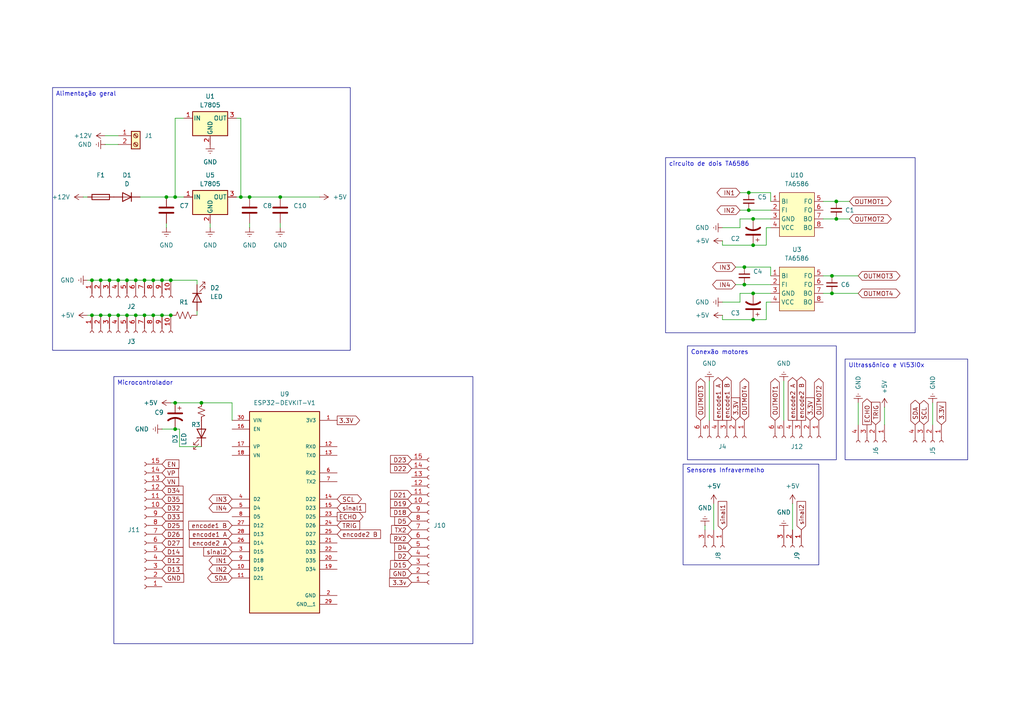
<source format=kicad_sch>
(kicad_sch (version 20231120) (generator "eeschema") (generator_version "8.0")
  (paper "A4")
  (lib_symbols
    (symbol "Connector:Conn_01x03_Socket" (pin_names (offset 1.016) hide)
      (property "Reference" "J" (at 0 5.08 0))
      (property "Value" "Conn_01x03_Socket" (at 0 -5.08 0))
      (symbol "Conn_01x03_Socket_1_1"
        (arc (start 0 -2.032) (mid -0.5058 -2.54) (end 0 -3.048) (stroke (width 0.1524)))
        (polyline (pts (xy -1.27 -2.54) (xy -0.508 -2.54)) (stroke (width 0.1524)))
        (polyline (pts (xy -1.27 0) (xy -0.508 0)) (stroke (width 0.1524)))
        (polyline (pts (xy -1.27 2.54) (xy -0.508 2.54)) (stroke (width 0.1524)))
        (arc (start 0 0.508) (mid -0.5058 0) (end 0 -0.508) (stroke (width 0.1524)))
        (arc (start 0 3.048) (mid -0.5058 2.54) (end 0 2.032) (stroke (width 0.1524)))
        (pin passive line (at -5.08 2.54 0) (length 3.81) (name "Pin_1") (number "1"))
        (pin passive line (at -5.08 0 0) (length 3.81) (name "Pin_2") (number "2"))
        (pin passive line (at -5.08 -2.54 0) (length 3.81) (name "Pin_3") (number "3"))
      )
    )
    (symbol "Connector:Conn_01x04_Socket" (pin_names (offset 1.016) hide)
      (property "Reference" "J" (at 0 5.08 0))
      (property "Value" "Conn_01x04_Socket" (at 0 -7.62 0))
      (symbol "Conn_01x04_Socket_1_1"
        (arc (start 0 -4.572) (mid -0.5058 -5.08) (end 0 -5.588) (stroke (width 0.1524)))
        (arc (start 0 -2.032) (mid -0.5058 -2.54) (end 0 -3.048) (stroke (width 0.1524)))
        (polyline (pts (xy -1.27 -5.08) (xy -0.508 -5.08)) (stroke (width 0.1524)))
        (polyline (pts (xy -1.27 -2.54) (xy -0.508 -2.54)) (stroke (width 0.1524)))
        (polyline (pts (xy -1.27 0) (xy -0.508 0)) (stroke (width 0.1524)))
        (polyline (pts (xy -1.27 2.54) (xy -0.508 2.54)) (stroke (width 0.1524)))
        (arc (start 0 0.508) (mid -0.5058 0) (end 0 -0.508) (stroke (width 0.1524)))
        (arc (start 0 3.048) (mid -0.5058 2.54) (end 0 2.032) (stroke (width 0.1524)))
        (pin passive line (at -5.08 2.54 0) (length 3.81) (name "Pin_1") (number "1"))
        (pin passive line (at -5.08 0 0) (length 3.81) (name "Pin_2") (number "2"))
        (pin passive line (at -5.08 -2.54 0) (length 3.81) (name "Pin_3") (number "3"))
        (pin passive line (at -5.08 -5.08 0) (length 3.81) (name "Pin_4") (number "4"))
      )
    )
    (symbol "Connector:Conn_01x06_Socket" (pin_names (offset 1.016) hide)
      (property "Reference" "J" (at 0 7.62 0))
      (property "Value" "Conn_01x06_Socket" (at 0 -10.16 0))
      (symbol "Conn_01x06_Socket_1_1"
        (arc (start 0 -7.112) (mid -0.5058 -7.62) (end 0 -8.128) (stroke (width 0.1524)))
        (arc (start 0 -4.572) (mid -0.5058 -5.08) (end 0 -5.588) (stroke (width 0.1524)))
        (arc (start 0 -2.032) (mid -0.5058 -2.54) (end 0 -3.048) (stroke (width 0.1524)))
        (polyline (pts (xy -1.27 -7.62) (xy -0.508 -7.62)) (stroke (width 0.1524)))
        (polyline (pts (xy -1.27 -5.08) (xy -0.508 -5.08)) (stroke (width 0.1524)))
        (polyline (pts (xy -1.27 -2.54) (xy -0.508 -2.54)) (stroke (width 0.1524)))
        (polyline (pts (xy -1.27 0) (xy -0.508 0)) (stroke (width 0.1524)))
        (polyline (pts (xy -1.27 2.54) (xy -0.508 2.54)) (stroke (width 0.1524)))
        (polyline (pts (xy -1.27 5.08) (xy -0.508 5.08)) (stroke (width 0.1524)))
        (arc (start 0 0.508) (mid -0.5058 0) (end 0 -0.508) (stroke (width 0.1524)))
        (arc (start 0 3.048) (mid -0.5058 2.54) (end 0 2.032) (stroke (width 0.1524)))
        (arc (start 0 5.588) (mid -0.5058 5.08) (end 0 4.572) (stroke (width 0.1524)))
        (pin passive line (at -5.08 5.08 0) (length 3.81) (name "Pin_1") (number "1"))
        (pin passive line (at -5.08 2.54 0) (length 3.81) (name "Pin_2") (number "2"))
        (pin passive line (at -5.08 0 0) (length 3.81) (name "Pin_3") (number "3"))
        (pin passive line (at -5.08 -2.54 0) (length 3.81) (name "Pin_4") (number "4"))
        (pin passive line (at -5.08 -5.08 0) (length 3.81) (name "Pin_5") (number "5"))
        (pin passive line (at -5.08 -7.62 0) (length 3.81) (name "Pin_6") (number "6"))
      )
    )
    (symbol "Connector:Conn_01x10_Socket" (pin_names (offset 1.016) hide)
      (property "Reference" "J" (at 0 12.7 0))
      (property "Value" "Conn_01x10_Socket" (at 0 -15.24 0))
      (symbol "Conn_01x10_Socket_1_1"
        (arc (start 0 -12.192) (mid -0.5058 -12.7) (end 0 -13.208) (stroke (width 0.1524)))
        (arc (start 0 -9.652) (mid -0.5058 -10.16) (end 0 -10.668) (stroke (width 0.1524)))
        (arc (start 0 -7.112) (mid -0.5058 -7.62) (end 0 -8.128) (stroke (width 0.1524)))
        (arc (start 0 -4.572) (mid -0.5058 -5.08) (end 0 -5.588) (stroke (width 0.1524)))
        (arc (start 0 -2.032) (mid -0.5058 -2.54) (end 0 -3.048) (stroke (width 0.1524)))
        (polyline (pts (xy -1.27 -12.7) (xy -0.508 -12.7)) (stroke (width 0.1524)))
        (polyline (pts (xy -1.27 -10.16) (xy -0.508 -10.16)) (stroke (width 0.1524)))
        (polyline (pts (xy -1.27 -7.62) (xy -0.508 -7.62)) (stroke (width 0.1524)))
        (polyline (pts (xy -1.27 -5.08) (xy -0.508 -5.08)) (stroke (width 0.1524)))
        (polyline (pts (xy -1.27 -2.54) (xy -0.508 -2.54)) (stroke (width 0.1524)))
        (polyline (pts (xy -1.27 0) (xy -0.508 0)) (stroke (width 0.1524)))
        (polyline (pts (xy -1.27 2.54) (xy -0.508 2.54)) (stroke (width 0.1524)))
        (polyline (pts (xy -1.27 5.08) (xy -0.508 5.08)) (stroke (width 0.1524)))
        (polyline (pts (xy -1.27 7.62) (xy -0.508 7.62)) (stroke (width 0.1524)))
        (polyline (pts (xy -1.27 10.16) (xy -0.508 10.16)) (stroke (width 0.1524)))
        (arc (start 0 0.508) (mid -0.5058 0) (end 0 -0.508) (stroke (width 0.1524)))
        (arc (start 0 3.048) (mid -0.5058 2.54) (end 0 2.032) (stroke (width 0.1524)))
        (arc (start 0 5.588) (mid -0.5058 5.08) (end 0 4.572) (stroke (width 0.1524)))
        (arc (start 0 8.128) (mid -0.5058 7.62) (end 0 7.112) (stroke (width 0.1524)))
        (arc (start 0 10.668) (mid -0.5058 10.16) (end 0 9.652) (stroke (width 0.1524)))
        (pin passive line (at -5.08 10.16 0) (length 3.81) (name "Pin_1") (number "1"))
        (pin passive line (at -5.08 -12.7 0) (length 3.81) (name "Pin_10") (number "10"))
        (pin passive line (at -5.08 7.62 0) (length 3.81) (name "Pin_2") (number "2"))
        (pin passive line (at -5.08 5.08 0) (length 3.81) (name "Pin_3") (number "3"))
        (pin passive line (at -5.08 2.54 0) (length 3.81) (name "Pin_4") (number "4"))
        (pin passive line (at -5.08 0 0) (length 3.81) (name "Pin_5") (number "5"))
        (pin passive line (at -5.08 -2.54 0) (length 3.81) (name "Pin_6") (number "6"))
        (pin passive line (at -5.08 -5.08 0) (length 3.81) (name "Pin_7") (number "7"))
        (pin passive line (at -5.08 -7.62 0) (length 3.81) (name "Pin_8") (number "8"))
        (pin passive line (at -5.08 -10.16 0) (length 3.81) (name "Pin_9") (number "9"))
      )
    )
    (symbol "Connector:Conn_01x15_Socket" (pin_names (offset 1.016) hide)
      (property "Reference" "J" (at 0 20.32 0))
      (property "Value" "Conn_01x15_Socket" (at 0 -20.32 0))
      (symbol "Conn_01x15_Socket_1_1"
        (arc (start 0 -17.272) (mid -0.5058 -17.78) (end 0 -18.288) (stroke (width 0.1524)))
        (arc (start 0 -14.732) (mid -0.5058 -15.24) (end 0 -15.748) (stroke (width 0.1524)))
        (arc (start 0 -12.192) (mid -0.5058 -12.7) (end 0 -13.208) (stroke (width 0.1524)))
        (arc (start 0 -9.652) (mid -0.5058 -10.16) (end 0 -10.668) (stroke (width 0.1524)))
        (arc (start 0 -7.112) (mid -0.5058 -7.62) (end 0 -8.128) (stroke (width 0.1524)))
        (arc (start 0 -4.572) (mid -0.5058 -5.08) (end 0 -5.588) (stroke (width 0.1524)))
        (arc (start 0 -2.032) (mid -0.5058 -2.54) (end 0 -3.048) (stroke (width 0.1524)))
        (polyline (pts (xy -1.27 -17.78) (xy -0.508 -17.78)) (stroke (width 0.1524)))
        (polyline (pts (xy -1.27 -15.24) (xy -0.508 -15.24)) (stroke (width 0.1524)))
        (polyline (pts (xy -1.27 -12.7) (xy -0.508 -12.7)) (stroke (width 0.1524)))
        (polyline (pts (xy -1.27 -10.16) (xy -0.508 -10.16)) (stroke (width 0.1524)))
        (polyline (pts (xy -1.27 -7.62) (xy -0.508 -7.62)) (stroke (width 0.1524)))
        (polyline (pts (xy -1.27 -5.08) (xy -0.508 -5.08)) (stroke (width 0.1524)))
        (polyline (pts (xy -1.27 -2.54) (xy -0.508 -2.54)) (stroke (width 0.1524)))
        (polyline (pts (xy -1.27 0) (xy -0.508 0)) (stroke (width 0.1524)))
        (polyline (pts (xy -1.27 2.54) (xy -0.508 2.54)) (stroke (width 0.1524)))
        (polyline (pts (xy -1.27 5.08) (xy -0.508 5.08)) (stroke (width 0.1524)))
        (polyline (pts (xy -1.27 7.62) (xy -0.508 7.62)) (stroke (width 0.1524)))
        (polyline (pts (xy -1.27 10.16) (xy -0.508 10.16)) (stroke (width 0.1524)))
        (polyline (pts (xy -1.27 12.7) (xy -0.508 12.7)) (stroke (width 0.1524)))
        (polyline (pts (xy -1.27 15.24) (xy -0.508 15.24)) (stroke (width 0.1524)))
        (polyline (pts (xy -1.27 17.78) (xy -0.508 17.78)) (stroke (width 0.1524)))
        (arc (start 0 0.508) (mid -0.5058 0) (end 0 -0.508) (stroke (width 0.1524)))
        (arc (start 0 3.048) (mid -0.5058 2.54) (end 0 2.032) (stroke (width 0.1524)))
        (arc (start 0 5.588) (mid -0.5058 5.08) (end 0 4.572) (stroke (width 0.1524)))
        (arc (start 0 8.128) (mid -0.5058 7.62) (end 0 7.112) (stroke (width 0.1524)))
        (arc (start 0 10.668) (mid -0.5058 10.16) (end 0 9.652) (stroke (width 0.1524)))
        (arc (start 0 13.208) (mid -0.5058 12.7) (end 0 12.192) (stroke (width 0.1524)))
        (arc (start 0 15.748) (mid -0.5058 15.24) (end 0 14.732) (stroke (width 0.1524)))
        (arc (start 0 18.288) (mid -0.5058 17.78) (end 0 17.272) (stroke (width 0.1524)))
        (pin passive line (at -5.08 17.78 0) (length 3.81) (name "Pin_1") (number "1"))
        (pin passive line (at -5.08 -5.08 0) (length 3.81) (name "Pin_10") (number "10"))
        (pin passive line (at -5.08 -7.62 0) (length 3.81) (name "Pin_11") (number "11"))
        (pin passive line (at -5.08 -10.16 0) (length 3.81) (name "Pin_12") (number "12"))
        (pin passive line (at -5.08 -12.7 0) (length 3.81) (name "Pin_13") (number "13"))
        (pin passive line (at -5.08 -15.24 0) (length 3.81) (name "Pin_14") (number "14"))
        (pin passive line (at -5.08 -17.78 0) (length 3.81) (name "Pin_15") (number "15"))
        (pin passive line (at -5.08 15.24 0) (length 3.81) (name "Pin_2") (number "2"))
        (pin passive line (at -5.08 12.7 0) (length 3.81) (name "Pin_3") (number "3"))
        (pin passive line (at -5.08 10.16 0) (length 3.81) (name "Pin_4") (number "4"))
        (pin passive line (at -5.08 7.62 0) (length 3.81) (name "Pin_5") (number "5"))
        (pin passive line (at -5.08 5.08 0) (length 3.81) (name "Pin_6") (number "6"))
        (pin passive line (at -5.08 2.54 0) (length 3.81) (name "Pin_7") (number "7"))
        (pin passive line (at -5.08 0 0) (length 3.81) (name "Pin_8") (number "8"))
        (pin passive line (at -5.08 -2.54 0) (length 3.81) (name "Pin_9") (number "9"))
      )
    )
    (symbol "Connector:Screw_Terminal_01x02" (pin_names (offset 1.016) hide)
      (property "Reference" "J" (at 0 2.54 0))
      (property "Value" "Screw_Terminal_01x02" (at 0 -5.08 0))
      (symbol "Screw_Terminal_01x02_1_1"
        (rectangle (start -1.27 1.27) (end 1.27 -3.81) (stroke (width 0.254)) (fill (type background)))
        (circle (center 0 -2.54) (radius 0.635) (stroke (width 0.1524)))
        (polyline (pts (xy -0.5334 -2.2098) (xy 0.3302 -3.048)) (stroke (width 0.1524)))
        (polyline (pts (xy -0.5334 0.3302) (xy 0.3302 -0.508)) (stroke (width 0.1524)))
        (polyline (pts (xy -0.3556 -2.032) (xy 0.508 -2.8702)) (stroke (width 0.1524)))
        (polyline (pts (xy -0.3556 0.508) (xy 0.508 -0.3302)) (stroke (width 0.1524)))
        (circle (center 0 0) (radius 0.635) (stroke (width 0.1524)))
        (pin passive line (at -5.08 0 0) (length 3.81) (name "Pin_1") (number "1"))
        (pin passive line (at -5.08 -2.54 0) (length 3.81) (name "Pin_2") (number "2"))
      )
    )
    (symbol "CreatedSymbols:TA6586_Motor_Driver"
      (property "Reference" "U" (at 0 0 0))
      (property "Value" "TA6586" (at 0 0 0))
      (symbol "TA6586_Motor_Driver_1_1"
        (rectangle (start -6.35 -2.54) (end 3.81 -15.24) (fill (type background)))
        (pin input line (at -8.89 -5.08 0) (length 2.54) (name "BI") (number "1"))
        (pin input line (at -8.89 -7.62 0) (length 2.54) (name "FI") (number "2"))
        (pin power_in line (at -8.89 -10.16 0) (length 2.54) (name "GND") (number "3"))
        (pin power_in line (at -8.89 -12.7 0) (length 2.54) (name "VCC") (number "4"))
        (pin output line (at 6.35 -5.08 180) (length 2.54) (name "FO") (number "5"))
        (pin output line (at 6.35 -7.62 180) (length 2.54) (name "FO") (number "6"))
        (pin output line (at 6.35 -10.16 180) (length 2.54) (name "BO") (number "7"))
        (pin output line (at 6.35 -12.7 180) (length 2.54) (name "BO") (number "8"))
      )
    )
    (symbol "Device:C" (pin_numbers hide) (pin_names (offset 0.254))
      (property "Reference" "C" (at 0.635 2.54 0))
      (property "Value" "C" (at 0.635 -2.54 0))
      (symbol "C_0_1"
        (polyline (pts (xy -2.032 -0.762) (xy 2.032 -0.762)) (stroke (width 0.508)))
        (polyline (pts (xy -2.032 0.762) (xy 2.032 0.762)) (stroke (width 0.508)))
      )
      (symbol "C_1_1"
        (pin passive line (at 0 3.81 270) (length 2.794) (name "~") (number "1"))
        (pin passive line (at 0 -3.81 90) (length 2.794) (name "~") (number "2"))
      )
    )
    (symbol "Device:C_Polarized_US" (pin_numbers hide) (pin_names (offset 0.254) hide)
      (property "Reference" "C" (at 0.635 2.54 0))
      (property "Value" "C_Polarized_US" (at 0.635 -2.54 0))
      (symbol "C_Polarized_US_0_1"
        (polyline (pts (xy -2.032 0.762) (xy 2.032 0.762)) (stroke (width 0.508)))
        (polyline (pts (xy -1.778 2.286) (xy -0.762 2.286)))
        (polyline (pts (xy -1.27 1.778) (xy -1.27 2.794)))
        (arc (start 2.032 -1.27) (mid 0 -0.5572) (end -2.032 -1.27) (stroke (width 0.508)))
      )
      (symbol "C_Polarized_US_1_1"
        (pin passive line (at 0 3.81 270) (length 2.794) (name "~") (number "1"))
        (pin passive line (at 0 -3.81 90) (length 3.302) (name "~") (number "2"))
      )
    )
    (symbol "Device:C_Small" (pin_numbers hide) (pin_names (offset 0.254) hide)
      (property "Reference" "C" (at 0.254 1.778 0))
      (property "Value" "C_Small" (at 0.254 -2.032 0))
      (symbol "C_Small_0_1"
        (polyline (pts (xy -1.524 -0.508) (xy 1.524 -0.508)) (stroke (width 0.3302)))
        (polyline (pts (xy -1.524 0.508) (xy 1.524 0.508)) (stroke (width 0.3048)))
      )
      (symbol "C_Small_1_1"
        (pin passive line (at 0 2.54 270) (length 2.032) (name "~") (number "1"))
        (pin passive line (at 0 -2.54 90) (length 2.032) (name "~") (number "2"))
      )
    )
    (symbol "Device:D" (pin_numbers hide) (pin_names (offset 1.016) hide)
      (property "Reference" "D" (at 0 2.54 0))
      (property "Value" "D" (at 0 -2.54 0))
      (symbol "D_0_1"
        (polyline (pts (xy -1.27 1.27) (xy -1.27 -1.27)) (stroke (width 0.254)))
        (polyline (pts (xy 1.27 0) (xy -1.27 0)))
        (polyline (pts (xy 1.27 1.27) (xy 1.27 -1.27) (xy -1.27 0) (xy 1.27 1.27)) (stroke (width 0.254)))
      )
      (symbol "D_1_1"
        (pin passive line (at -3.81 0 0) (length 2.54) (name "K") (number "1"))
        (pin passive line (at 3.81 0 180) (length 2.54) (name "A") (number "2"))
      )
    )
    (symbol "Device:Fuse" (pin_numbers hide) (pin_names (offset 0))
      (property "Reference" "F" (at 2.032 0 90))
      (property "Value" "Fuse" (at -1.905 0 90))
      (symbol "Fuse_0_1"
        (rectangle (start -0.762 -2.54) (end 0.762 2.54) (stroke (width 0.254)))
        (polyline (pts (xy 0 2.54) (xy 0 -2.54)))
      )
      (symbol "Fuse_1_1"
        (pin passive line (at 0 3.81 270) (length 1.27) (name "~") (number "1"))
        (pin passive line (at 0 -3.81 90) (length 1.27) (name "~") (number "2"))
      )
    )
    (symbol "Device:LED" (pin_numbers hide) (pin_names (offset 1.016) hide)
      (property "Reference" "D" (at 0 2.54 0))
      (property "Value" "LED" (at 0 -2.54 0))
      (symbol "LED_0_1"
        (polyline (pts (xy -1.27 -1.27) (xy -1.27 1.27)) (stroke (width 0.254)))
        (polyline (pts (xy -1.27 0) (xy 1.27 0)))
        (polyline (pts (xy 1.27 -1.27) (xy 1.27 1.27) (xy -1.27 0) (xy 1.27 -1.27)) (stroke (width 0.254)))
        (polyline (pts (xy -3.048 -0.762) (xy -4.572 -2.286) (xy -3.81 -2.286) (xy -4.572 -2.286) (xy -4.572 -1.524)))
        (polyline (pts (xy -1.778 -0.762) (xy -3.302 -2.286) (xy -2.54 -2.286) (xy -3.302 -2.286) (xy -3.302 -1.524)))
      )
      (symbol "LED_1_1"
        (pin passive line (at -3.81 0 0) (length 2.54) (name "K") (number "1"))
        (pin passive line (at 3.81 0 180) (length 2.54) (name "A") (number "2"))
      )
    )
    (symbol "Device:R_Small_US" (pin_numbers hide) (pin_names (offset 0.254) hide)
      (property "Reference" "R" (at 0.762 0.508 0))
      (property "Value" "R_Small_US" (at 0.762 -1.016 0))
      (symbol "R_Small_US_1_1"
        (polyline (pts (xy 0 0) (xy 1.016 -0.381) (xy 0 -0.762) (xy -1.016 -1.143) (xy 0 -1.524)))
        (polyline (pts (xy 0 1.524) (xy 1.016 1.143) (xy 0 0.762) (xy -1.016 0.381) (xy 0 0)))
        (pin passive line (at 0 2.54 270) (length 1.016) (name "~") (number "1"))
        (pin passive line (at 0 -2.54 90) (length 1.016) (name "~") (number "2"))
      )
    )
    (symbol "Device:R_US" (pin_numbers hide) (pin_names (offset 0))
      (property "Reference" "R" (at 2.54 0 90))
      (property "Value" "R_US" (at -2.54 0 90))
      (symbol "R_US_0_1"
        (polyline (pts (xy 0 -2.286) (xy 0 -2.54)))
        (polyline (pts (xy 0 2.286) (xy 0 2.54)))
        (polyline (pts (xy 0 -0.762) (xy 1.016 -1.143) (xy 0 -1.524) (xy -1.016 -1.905) (xy 0 -2.286)))
        (polyline (pts (xy 0 0.762) (xy 1.016 0.381) (xy 0 0) (xy -1.016 -0.381) (xy 0 -0.762)))
        (polyline (pts (xy 0 2.286) (xy 1.016 1.905) (xy 0 1.524) (xy -1.016 1.143) (xy 0 0.762)))
      )
      (symbol "R_US_1_1"
        (pin passive line (at 0 3.81 270) (length 1.27) (name "~") (number "1"))
        (pin passive line (at 0 -3.81 90) (length 1.27) (name "~") (number "2"))
      )
    )
    (symbol "ESP32-DEVKIT-V1:ESP32-DEVKIT-V1" (pin_names (offset 1.016))
      (property "Reference" "U" (at -10.16 30.48 0))
      (property "Value" "ESP32-DEVKIT-V1" (at -10.16 -33.02 0))
      (symbol "ESP32-DEVKIT-V1_0_0"
        (rectangle (start -10.16 -30.48) (end 10.16 27.94) (stroke (width 0.254)) (fill (type background)))
        (pin output line (at 15.24 25.4 180) (length 5.08) (name "3V3") (number "1"))
        (pin bidirectional line (at -15.24 -17.78 0) (length 5.08) (name "D19") (number "10"))
        (pin bidirectional line (at -15.24 -20.32 0) (length 5.08) (name "D21") (number "11"))
        (pin input line (at 15.24 17.78 180) (length 5.08) (name "RX0") (number "12"))
        (pin output line (at 15.24 15.24 180) (length 5.08) (name "TX0") (number "13"))
        (pin bidirectional line (at 15.24 2.54 180) (length 5.08) (name "D22") (number "14"))
        (pin bidirectional line (at 15.24 0 180) (length 5.08) (name "D23") (number "15"))
        (pin input line (at -15.24 22.86 0) (length 5.08) (name "EN") (number "16"))
        (pin bidirectional line (at -15.24 17.78 0) (length 5.08) (name "VP") (number "17"))
        (pin bidirectional line (at -15.24 15.24 0) (length 5.08) (name "VN") (number "18"))
        (pin bidirectional line (at 15.24 -17.78 180) (length 5.08) (name "D34") (number "19"))
        (pin power_in line (at 15.24 -25.4 180) (length 5.08) (name "GND") (number "2"))
        (pin bidirectional line (at 15.24 -15.24 180) (length 5.08) (name "D35") (number "20"))
        (pin bidirectional line (at 15.24 -10.16 180) (length 5.08) (name "D32") (number "21"))
        (pin bidirectional line (at 15.24 -12.7 180) (length 5.08) (name "D33") (number "22"))
        (pin bidirectional line (at 15.24 -2.54 180) (length 5.08) (name "D25") (number "23"))
        (pin bidirectional line (at 15.24 -5.08 180) (length 5.08) (name "D26") (number "24"))
        (pin bidirectional line (at 15.24 -7.62 180) (length 5.08) (name "D27") (number "25"))
        (pin bidirectional line (at -15.24 -10.16 0) (length 5.08) (name "D14") (number "26"))
        (pin bidirectional line (at -15.24 -5.08 0) (length 5.08) (name "D12") (number "27"))
        (pin bidirectional line (at -15.24 -7.62 0) (length 5.08) (name "D13") (number "28"))
        (pin power_in line (at 15.24 -27.94 180) (length 5.08) (name "GND__1") (number "29"))
        (pin bidirectional line (at -15.24 -12.7 0) (length 5.08) (name "D15") (number "3"))
        (pin input line (at -15.24 25.4 0) (length 5.08) (name "VIN") (number "30"))
        (pin bidirectional line (at -15.24 2.54 0) (length 5.08) (name "D2") (number "4"))
        (pin bidirectional line (at -15.24 0 0) (length 5.08) (name "D4") (number "5"))
        (pin input line (at 15.24 10.16 180) (length 5.08) (name "RX2") (number "6"))
        (pin output line (at 15.24 7.62 180) (length 5.08) (name "TX2") (number "7"))
        (pin bidirectional line (at -15.24 -2.54 0) (length 5.08) (name "D5") (number "8"))
        (pin bidirectional line (at -15.24 -15.24 0) (length 5.08) (name "D18") (number "9"))
      )
    )
    (symbol "Regulator_Linear:L7805" (pin_names (offset 0.254))
      (property "Reference" "U" (at -3.81 3.175 0))
      (property "Value" "L7805" (at 0 3.175 0))
      (symbol "L7805_0_1"
        (rectangle (start -5.08 1.905) (end 5.08 -5.08) (stroke (width 0.254)) (fill (type background)))
      )
      (symbol "L7805_1_1"
        (pin power_in line (at -7.62 0 0) (length 2.54) (name "IN") (number "1"))
        (pin power_in line (at 0 -7.62 90) (length 2.54) (name "GND") (number "2"))
        (pin power_out line (at 7.62 0 180) (length 2.54) (name "OUT") (number "3"))
      )
    )
    (symbol "power:+12V" (power) (pin_numbers hide) (pin_names (offset 0) hide)
      (property "Value" "+12V" (at 0 3.556 0))
      (symbol "+12V_0_1"
        (polyline (pts (xy -0.762 1.27) (xy 0 2.54)))
        (polyline (pts (xy 0 0) (xy 0 2.54)))
        (polyline (pts (xy 0 2.54) (xy 0.762 1.27)))
      )
      (symbol "+12V_1_1"
        (pin power_in line (at 0 0 90) (length 0) (name "~") (number "1"))
      )
    )
    (symbol "power:+5V" (power) (pin_numbers hide) (pin_names (offset 0) hide)
      (property "Value" "+5V" (at 0 3.556 0))
      (symbol "+5V_0_1"
        (polyline (pts (xy -0.762 1.27) (xy 0 2.54)))
        (polyline (pts (xy 0 0) (xy 0 2.54)))
        (polyline (pts (xy 0 2.54) (xy 0.762 1.27)))
      )
      (symbol "+5V_1_1"
        (pin power_in line (at 0 0 90) (length 0) (name "~") (number "1"))
      )
    )
    (symbol "power:GNDREF" (power) (pin_numbers hide) (pin_names (offset 0) hide)
      (property "Value" "GNDREF" (at 0 -3.81 0))
      (symbol "GNDREF_0_1"
        (polyline (pts (xy -0.635 -1.905) (xy 0.635 -1.905)))
        (polyline (pts (xy -0.127 -2.54) (xy 0.127 -2.54)))
        (polyline (pts (xy 0 -1.27) (xy 0 0)))
        (polyline (pts (xy 1.27 -1.27) (xy -1.27 -1.27)))
      )
      (symbol "GNDREF_1_1"
        (pin power_in line (at 0 0 270) (length 0) (name "~") (number "1"))
      )
    )
  )
  (junction (at 218.44 85.09))
  (junction (at 26.67 81.28))
  (junction (at 242.57 58.42))
  (junction (at 49.53 81.28))
  (junction (at 241.3 80.01))
  (junction (at 36.83 81.28))
  (junction (at 34.29 91.44))
  (junction (at 41.91 81.28))
  (junction (at 72.39 57.15))
  (junction (at 48.26 57.15))
  (junction (at 31.75 91.44))
  (junction (at 58.42 116.84))
  (junction (at 26.67 91.44))
  (junction (at 46.99 91.44))
  (junction (at 29.21 81.28))
  (junction (at 50.8 57.15))
  (junction (at 215.9 82.55))
  (junction (at 218.44 92.71))
  (junction (at 81.28 57.15))
  (junction (at 44.45 91.44))
  (junction (at 34.29 81.28))
  (junction (at 39.37 91.44))
  (junction (at 41.91 91.44))
  (junction (at 50.8 124.46))
  (junction (at 69.85 57.15))
  (junction (at 242.57 63.5))
  (junction (at 50.8 116.84))
  (junction (at 46.99 81.28))
  (junction (at 39.37 81.28))
  (junction (at 31.75 81.28))
  (junction (at 36.83 91.44))
  (junction (at 218.44 63.5))
  (junction (at 49.53 91.44))
  (junction (at 215.9 77.47))
  (junction (at 217.17 55.88))
  (junction (at 241.3 85.09))
  (junction (at 29.21 91.44))
  (junction (at 218.44 71.12))
  (junction (at 217.17 60.96))
  (junction (at 44.45 81.28))
  (wire (pts (xy 215.9 82.55) (xy 223.52 82.55)))
  (wire (pts (xy 241.3 80.01) (xy 248.92 80.01)))
  (wire (pts (xy 58.42 116.84) (xy 67.31 116.84)))
  (wire (pts (xy 58.42 129.54) (xy 52.07 129.54)))
  (wire (pts (xy 242.57 58.42) (xy 238.76 58.42)))
  (wire (pts (xy 46.99 81.28) (xy 44.45 81.28)))
  (wire (pts (xy 214.63 87.63) (xy 214.63 85.09)))
  (wire (pts (xy 49.53 116.84) (xy 50.8 116.84)))
  (wire (pts (xy 204.47 152.4) (xy 204.47 153.67)))
  (wire (pts (xy 40.64 57.15) (xy 48.26 57.15)))
  (wire (pts (xy 81.28 57.15) (xy 92.71 57.15)))
  (wire (pts (xy 48.26 66.04) (xy 48.26 64.77)))
  (wire (pts (xy 31.75 81.28) (xy 29.21 81.28)))
  (wire (pts (xy 229.87 146.05) (xy 229.87 153.67)))
  (wire (pts (xy 69.85 57.15) (xy 72.39 57.15)))
  (wire (pts (xy 25.4 91.44) (xy 26.67 91.44)))
  (wire (pts (xy 242.57 58.42) (xy 246.38 58.42)))
  (wire (pts (xy 248.92 116.84) (xy 248.92 123.19)))
  (wire (pts (xy 222.25 87.63) (xy 223.52 87.63)))
  (wire (pts (xy 29.21 81.28) (xy 26.67 81.28)))
  (wire (pts (xy 46.99 124.46) (xy 50.8 124.46)))
  (wire (pts (xy 209.55 92.71) (xy 209.55 91.44)))
  (wire (pts (xy 213.36 82.55) (xy 215.9 82.55)))
  (wire (pts (xy 241.3 85.09) (xy 248.92 85.09)))
  (wire (pts (xy 218.44 63.5) (xy 223.52 63.5)))
  (wire (pts (xy 48.26 57.15) (xy 50.8 57.15)))
  (wire (pts (xy 41.91 91.44) (xy 44.45 91.44)))
  (wire (pts (xy 36.83 91.44) (xy 39.37 91.44)))
  (wire (pts (xy 213.36 77.47) (xy 215.9 77.47)))
  (wire (pts (xy 218.44 85.09) (xy 223.52 85.09)))
  (wire (pts (xy 238.76 85.09) (xy 241.3 85.09)))
  (wire (pts (xy 46.99 91.44) (xy 49.53 91.44)))
  (wire (pts (xy 68.58 57.15) (xy 69.85 57.15)))
  (wire (pts (xy 214.63 60.96) (xy 217.17 60.96)))
  (wire (pts (xy 223.52 77.47) (xy 223.52 80.01)))
  (wire (pts (xy 50.8 57.15) (xy 53.34 57.15)))
  (wire (pts (xy 57.15 91.44) (xy 57.15 90.17)))
  (wire (pts (xy 217.17 60.96) (xy 223.52 60.96)))
  (wire (pts (xy 214.63 66.04) (xy 214.63 63.5)))
  (wire (pts (xy 223.52 55.88) (xy 223.52 58.42)))
  (wire (pts (xy 26.67 91.44) (xy 29.21 91.44)))
  (wire (pts (xy 205.74 110.49) (xy 205.74 121.92)))
  (wire (pts (xy 81.28 64.77) (xy 81.28 66.04)))
  (wire (pts (xy 214.63 85.09) (xy 218.44 85.09)))
  (wire (pts (xy 50.8 57.15) (xy 50.8 34.29)))
  (wire (pts (xy 222.25 87.63) (xy 222.25 92.71)))
  (wire (pts (xy 39.37 81.28) (xy 36.83 81.28)))
  (wire (pts (xy 52.07 124.46) (xy 52.07 129.54)))
  (wire (pts (xy 246.38 63.5) (xy 242.57 63.5)))
  (wire (pts (xy 50.8 116.84) (xy 58.42 116.84)))
  (wire (pts (xy 218.44 92.71) (xy 222.25 92.71)))
  (wire (pts (xy 50.8 34.29) (xy 53.34 34.29)))
  (wire (pts (xy 215.9 77.47) (xy 223.52 77.47)))
  (wire (pts (xy 207.01 146.05) (xy 207.01 153.67)))
  (wire (pts (xy 29.21 91.44) (xy 31.75 91.44)))
  (wire (pts (xy 209.55 66.04) (xy 214.63 66.04)))
  (wire (pts (xy 60.96 66.04) (xy 60.96 64.77)))
  (wire (pts (xy 72.39 64.77) (xy 72.39 66.04)))
  (wire (pts (xy 217.17 55.88) (xy 223.52 55.88)))
  (wire (pts (xy 209.55 71.12) (xy 209.55 69.85)))
  (wire (pts (xy 52.07 124.46) (xy 50.8 124.46)))
  (wire (pts (xy 209.55 71.12) (xy 218.44 71.12)))
  (wire (pts (xy 25.4 57.15) (xy 24.13 57.15)))
  (wire (pts (xy 44.45 81.28) (xy 41.91 81.28)))
  (wire (pts (xy 31.75 91.44) (xy 34.29 91.44)))
  (wire (pts (xy 41.91 81.28) (xy 39.37 81.28)))
  (wire (pts (xy 69.85 34.29) (xy 68.58 34.29)))
  (wire (pts (xy 34.29 91.44) (xy 36.83 91.44)))
  (wire (pts (xy 222.25 66.04) (xy 222.25 71.12)))
  (wire (pts (xy 214.63 63.5) (xy 218.44 63.5)))
  (wire (pts (xy 30.48 41.91) (xy 34.29 41.91)))
  (wire (pts (xy 67.31 116.84) (xy 67.31 121.92)))
  (wire (pts (xy 72.39 57.15) (xy 81.28 57.15)))
  (wire (pts (xy 49.53 81.28) (xy 46.99 81.28)))
  (wire (pts (xy 227.33 110.49) (xy 227.33 121.92)))
  (wire (pts (xy 214.63 55.88) (xy 217.17 55.88)))
  (wire (pts (xy 270.51 116.84) (xy 270.51 123.19)))
  (wire (pts (xy 57.15 82.55) (xy 57.15 81.28)))
  (wire (pts (xy 36.83 81.28) (xy 34.29 81.28)))
  (wire (pts (xy 222.25 66.04) (xy 223.52 66.04)))
  (wire (pts (xy 256.54 118.11) (xy 256.54 123.19)))
  (wire (pts (xy 30.48 39.37) (xy 34.29 39.37)))
  (wire (pts (xy 238.76 63.5) (xy 242.57 63.5)))
  (wire (pts (xy 57.15 81.28) (xy 49.53 81.28)))
  (wire (pts (xy 44.45 91.44) (xy 46.99 91.44)))
  (wire (pts (xy 39.37 91.44) (xy 41.91 91.44)))
  (wire (pts (xy 209.55 87.63) (xy 214.63 87.63)))
  (wire (pts (xy 25.4 81.28) (xy 26.67 81.28)))
  (wire (pts (xy 238.76 80.01) (xy 241.3 80.01)))
  (wire (pts (xy 34.29 81.28) (xy 31.75 81.28)))
  (wire (pts (xy 69.85 34.29) (xy 69.85 57.15)))
  (wire (pts (xy 218.44 71.12) (xy 222.25 71.12)))
  (wire (pts (xy 209.55 92.71) (xy 218.44 92.71)))
  (text_box "Sensores Infravermelho" (at 198.12 134.62 0) (size 39.37 29.21) (stroke (width 0) (color 0 0 132 1)) (effects (font (size 1.27 1.27)) (justify left top)))
  (text_box "Ultrassônico e Vl53I0x" (at 245.11 104.14 0) (size 35.56 29.21) (stroke (width 0) (color 0 0 132 1)) (effects (font (size 1.27 1.27)) (justify left top)))
  (text_box "Microcontrolador" (at 33.02 109.22 0) (size 104.14 77.47) (stroke (width 0) (color 0 0 132 1)) (effects (font (size 1.27 1.27)) (justify left top)))
  (text_box "Alimentação geral" (at 15.24 25.4 0) (size 86.36 76.2) (stroke (width 0) (color 0 0 132 1)) (effects (font (size 1.27 1.27)) (justify left top)))
  (text_box "circuito de dois TA6586" (at 193.04 45.72 0) (size 72.39 50.8) (stroke (width 0) (color 0 0 132 1)) (effects (font (size 1.27 1.27)) (justify left top)))
  (text_box "Conexão motores" (at 199.39 100.33 0) (size 43.18 33.02) (stroke (width 0) (color 0 0 132 1)) (effects (font (size 1.27 1.27)) (justify left top)))
  (global_label "sinal2" (shape input) (at 67.31 160.02 180) (property "Intersheetrefs" "${INTERSHEET_REFS}" (effects (hide yes))))
  (global_label "OUTMOT4" (shape bidirectional) (at 248.92 85.09 0) (property "Intersheetrefs" "${INTERSHEET_REFS}" (effects (hide yes))))
  (global_label "IN3" (shape bidirectional) (at 213.36 77.47 180) (property "Intersheetrefs" "${INTERSHEET_REFS}" (effects (hide yes))))
  (global_label "D27" (shape input) (at 46.99 157.48 0) (property "Intersheetrefs" "${INTERSHEET_REFS}" (effects (hide yes))))
  (global_label "VP" (shape input) (at 46.99 137.16 0) (property "Intersheetrefs" "${INTERSHEET_REFS}" (effects (hide yes))))
  (global_label "OUTMOT3" (shape bidirectional) (at 248.92 80.01 0) (property "Intersheetrefs" "${INTERSHEET_REFS}" (effects (hide yes))))
  (global_label "IN1" (shape bidirectional) (at 214.63 55.88 180) (property "Intersheetrefs" "${INTERSHEET_REFS}" (effects (hide yes))))
  (global_label "D12" (shape input) (at 46.99 162.56 0) (property "Intersheetrefs" "${INTERSHEET_REFS}" (effects (hide yes))))
  (global_label "SDA" (shape bidirectional) (at 265.43 123.19 90) (property "Intersheetrefs" "${INTERSHEET_REFS}" (effects (hide yes))))
  (global_label "OUTMOT1" (shape bidirectional) (at 246.38 58.42 0) (property "Intersheetrefs" "${INTERSHEET_REFS}" (effects (hide yes))))
  (global_label "OUTMOT2" (shape bidirectional) (at 237.49 121.92 90) (property "Intersheetrefs" "${INTERSHEET_REFS}" (effects (hide yes))))
  (global_label "D19" (shape input) (at 119.38 146.05 180) (property "Intersheetrefs" "${INTERSHEET_REFS}" (effects (hide yes))))
  (global_label "D2" (shape input) (at 119.38 161.29 180) (property "Intersheetrefs" "${INTERSHEET_REFS}" (effects (hide yes))))
  (global_label "TRIG" (shape input) (at 254 123.19 90) (property "Intersheetrefs" "${INTERSHEET_REFS}" (effects (hide yes))))
  (global_label "sinal2" (shape input) (at 232.41 153.67 90) (property "Intersheetrefs" "${INTERSHEET_REFS}" (effects (hide yes))))
  (global_label "encode1 A" (shape output) (at 208.28 121.92 90) (property "Intersheetrefs" "${INTERSHEET_REFS}" (effects (hide yes))))
  (global_label "GND" (shape input) (at 119.38 166.37 180) (property "Intersheetrefs" "${INTERSHEET_REFS}" (effects (hide yes))))
  (global_label "3.3V" (shape input) (at 213.36 121.92 90) (property "Intersheetrefs" "${INTERSHEET_REFS}" (effects (hide yes))))
  (global_label "TX2" (shape input) (at 119.38 153.67 180) (property "Intersheetrefs" "${INTERSHEET_REFS}" (effects (hide yes))))
  (global_label "RX2" (shape input) (at 119.38 156.21 180) (property "Intersheetrefs" "${INTERSHEET_REFS}" (effects (hide yes))))
  (global_label "encode2 B" (shape output) (at 232.41 121.92 90) (property "Intersheetrefs" "${INTERSHEET_REFS}" (effects (hide yes))))
  (global_label "IN3" (shape bidirectional) (at 67.31 144.78 180) (property "Intersheetrefs" "${INTERSHEET_REFS}" (effects (hide yes))))
  (global_label "encode1 B" (shape output) (at 210.82 121.92 90) (property "Intersheetrefs" "${INTERSHEET_REFS}" (effects (hide yes))))
  (global_label "D21" (shape input) (at 119.38 143.51 180) (property "Intersheetrefs" "${INTERSHEET_REFS}" (effects (hide yes))))
  (global_label "encode1 A" (shape input) (at 67.31 154.94 180) (property "Intersheetrefs" "${INTERSHEET_REFS}" (effects (hide yes))))
  (global_label "SCL" (shape bidirectional) (at 267.97 123.19 90) (property "Intersheetrefs" "${INTERSHEET_REFS}" (effects (hide yes))))
  (global_label "D34" (shape input) (at 46.99 142.24 0) (property "Intersheetrefs" "${INTERSHEET_REFS}" (effects (hide yes))))
  (global_label "3.3V" (shape input) (at 234.95 121.92 90) (property "Intersheetrefs" "${INTERSHEET_REFS}" (effects (hide yes))))
  (global_label "TRIG" (shape input) (at 97.79 152.4 0) (property "Intersheetrefs" "${INTERSHEET_REFS}" (effects (hide yes))))
  (global_label "encode1 B" (shape input) (at 67.31 152.4 180) (property "Intersheetrefs" "${INTERSHEET_REFS}" (effects (hide yes))))
  (global_label "OUTMOT2" (shape bidirectional) (at 246.38 63.5 0) (property "Intersheetrefs" "${INTERSHEET_REFS}" (effects (hide yes))))
  (global_label "D15" (shape input) (at 119.38 163.83 180) (property "Intersheetrefs" "${INTERSHEET_REFS}" (effects (hide yes))))
  (global_label "D32" (shape input) (at 46.99 147.32 0) (property "Intersheetrefs" "${INTERSHEET_REFS}" (effects (hide yes))))
  (global_label "3.3V" (shape output) (at 97.79 121.92 0) (property "Intersheetrefs" "${INTERSHEET_REFS}" (effects (hide yes))))
  (global_label "IN2" (shape bidirectional) (at 214.63 60.96 180) (property "Intersheetrefs" "${INTERSHEET_REFS}" (effects (hide yes))))
  (global_label "OUTMOT4" (shape bidirectional) (at 215.9 121.92 90) (property "Intersheetrefs" "${INTERSHEET_REFS}" (effects (hide yes))))
  (global_label "encode2 A" (shape output) (at 229.87 121.92 90) (property "Intersheetrefs" "${INTERSHEET_REFS}" (effects (hide yes))))
  (global_label "D4" (shape input) (at 119.38 158.75 180) (property "Intersheetrefs" "${INTERSHEET_REFS}" (effects (hide yes))))
  (global_label "D14" (shape input) (at 46.99 160.02 0) (property "Intersheetrefs" "${INTERSHEET_REFS}" (effects (hide yes))))
  (global_label "IN4" (shape bidirectional) (at 67.31 147.32 180) (property "Intersheetrefs" "${INTERSHEET_REFS}" (effects (hide yes))))
  (global_label "ECHO" (shape output) (at 251.46 123.19 90) (property "Intersheetrefs" "${INTERSHEET_REFS}" (effects (hide yes))))
  (global_label "D5" (shape input) (at 119.38 151.13 180) (property "Intersheetrefs" "${INTERSHEET_REFS}" (effects (hide yes))))
  (global_label "D13" (shape input) (at 46.99 165.1 0) (property "Intersheetrefs" "${INTERSHEET_REFS}" (effects (hide yes))))
  (global_label "3.3v" (shape input) (at 119.38 168.91 180) (property "Intersheetrefs" "${INTERSHEET_REFS}" (effects (hide yes))))
  (global_label "SDA" (shape bidirectional) (at 67.31 167.64 180) (property "Intersheetrefs" "${INTERSHEET_REFS}" (effects (hide yes))))
  (global_label "SCL" (shape bidirectional) (at 97.79 144.78 0) (property "Intersheetrefs" "${INTERSHEET_REFS}" (effects (hide yes))))
  (global_label "IN4" (shape bidirectional) (at 213.36 82.55 180) (property "Intersheetrefs" "${INTERSHEET_REFS}" (effects (hide yes))))
  (global_label "D26" (shape input) (at 46.99 154.94 0) (property "Intersheetrefs" "${INTERSHEET_REFS}" (effects (hide yes))))
  (global_label "D35" (shape input) (at 46.99 144.78 0) (property "Intersheetrefs" "${INTERSHEET_REFS}" (effects (hide yes))))
  (global_label "sinal1" (shape input) (at 209.55 153.67 90) (property "Intersheetrefs" "${INTERSHEET_REFS}" (effects (hide yes))))
  (global_label "OUTMOT3" (shape bidirectional) (at 203.2 121.92 90) (property "Intersheetrefs" "${INTERSHEET_REFS}" (effects (hide yes))))
  (global_label "D18" (shape input) (at 119.38 148.59 180) (property "Intersheetrefs" "${INTERSHEET_REFS}" (effects (hide yes))))
  (global_label "EN" (shape input) (at 46.99 134.62 0) (property "Intersheetrefs" "${INTERSHEET_REFS}" (effects (hide yes))))
  (global_label "D23" (shape input) (at 119.38 133.35 180) (property "Intersheetrefs" "${INTERSHEET_REFS}" (effects (hide yes))))
  (global_label "ECHO" (shape output) (at 97.79 149.86 0) (property "Intersheetrefs" "${INTERSHEET_REFS}" (effects (hide yes))))
  (global_label "D33" (shape input) (at 46.99 149.86 0) (property "Intersheetrefs" "${INTERSHEET_REFS}" (effects (hide yes))))
  (global_label "VN" (shape input) (at 46.99 139.7 0) (property "Intersheetrefs" "${INTERSHEET_REFS}" (effects (hide yes))))
  (global_label "GND" (shape input) (at 46.99 167.64 0) (property "Intersheetrefs" "${INTERSHEET_REFS}" (effects (hide yes))))
  (global_label "D25" (shape input) (at 46.99 152.4 0) (property "Intersheetrefs" "${INTERSHEET_REFS}" (effects (hide yes))))
  (global_label "encode2 A" (shape input) (at 67.31 157.48 180) (property "Intersheetrefs" "${INTERSHEET_REFS}" (effects (hide yes))))
  (global_label "encode2 B" (shape input) (at 97.79 154.94 0) (property "Intersheetrefs" "${INTERSHEET_REFS}" (effects (hide yes))))
  (global_label "IN2" (shape bidirectional) (at 67.31 165.1 180) (property "Intersheetrefs" "${INTERSHEET_REFS}" (effects (hide yes))))
  (global_label "3.3V" (shape input) (at 273.05 123.19 90) (property "Intersheetrefs" "${INTERSHEET_REFS}" (effects (hide yes))))
  (global_label "D22" (shape input) (at 119.38 135.89 180) (property "Intersheetrefs" "${INTERSHEET_REFS}" (effects (hide yes))))
  (global_label "OUTMOT1" (shape bidirectional) (at 224.79 121.92 90) (property "Intersheetrefs" "${INTERSHEET_REFS}" (effects (hide yes))))
  (global_label "sinal1" (shape input) (at 97.79 147.32 0) (property "Intersheetrefs" "${INTERSHEET_REFS}" (effects (hide yes))))
  (global_label "IN1" (shape bidirectional) (at 67.31 162.56 180) (property "Intersheetrefs" "${INTERSHEET_REFS}" (effects (hide yes))))
  (symbol (lib_id "power:GNDREF") (at 60.96 41.91 0) (mirror y) (unit 1)
    (property "Reference" "#PWR09" (effects (hide yes)))
    (property "Value" "GND" (at 60.96 46.99 0))
    (property "Description" "Power symbol creates a global label with name \"GNDREF\" , reference supply ground" (effects (hide yes)))
  )
  (symbol (lib_id "Device:C_Small") (at 215.9 80.01 0) (unit 1)
    (property "Reference" "C4" (at 218.44 78.7462 0) (effects (justify left)))
    (property "Value" "C_Small" (effects (hide yes)))
    (property "Description" "Unpolarized capacitor, small symbol" (effects (hide yes)))
  )
  (symbol (lib_id "power:GNDREF") (at 25.4 81.28 270) (mirror x) (unit 1)
    (property "Reference" "#PWR014" (effects (hide yes)))
    (property "Value" "GND" (at 21.59 81.2799 90) (effects (justify right)))
    (property "Description" "Power symbol creates a global label with name \"GNDREF\" , reference supply ground" (effects (hide yes)))
  )
  (symbol (lib_id "Device:C_Polarized_US") (at 218.44 88.9 180) (unit 1)
    (property "Reference" "C3" (at 214.63 90.8051 0) (effects (justify left)))
    (property "Value" "100µF" (effects (hide yes)))
    (property "Footprint" "Capacitor_THT:CP_Radial_D8.0mm_P3.50mm" (effects (hide yes)))
    (property "Description" "Polarized capacitor, US symbol" (effects (hide yes)))
  )
  (symbol (lib_id "power:+5V") (at 25.4 91.44 90) (unit 1)
    (property "Reference" "#PWR02" (effects (hide yes)))
    (property "Value" "+5V" (at 21.59 91.4399 90) (effects (justify left)))
    (property "Description" "Power symbol creates a global label with name \"+5V\"" (effects (hide yes)))
  )
  (symbol (lib_id "Device:C") (at 48.26 60.96 0) (unit 1)
    (property "Reference" "C7" (at 52.07 59.6899 0) (effects (justify left)))
    (property "Value" "0.33µF" (effects (hide yes)))
    (property "Footprint" "Capacitor_THT:C_Radial_D6.3mm_H5.0mm_P2.50mm" (effects (hide yes)))
    (property "Description" "Unpolarized capacitor" (effects (hide yes)))
  )
  (symbol (lib_id "Connector:Conn_01x06_Socket") (at 232.41 127 270) (unit 1)
    (property "Reference" "J12" (at 231.14 129.54 90))
    (property "Value" "Conn_01x06_Socket" (effects (hide yes)))
    (property "Footprint" "Connector_PinHeader_2.54mm:PinHeader_1x06_P2.54mm_Vertical" (effects (hide yes)))
    (property "Description" "Generic connector, single row, 01x06, script generated" (effects (hide yes)))
  )
  (symbol (lib_id "power:GNDREF") (at 248.92 116.84 180) (unit 1)
    (property "Reference" "#PWR021" (effects (hide yes)))
    (property "Value" "GND" (at 248.9201 113.03 90) (effects (justify right)))
    (property "Description" "Power symbol creates a global label with name \"GNDREF\" , reference supply ground" (effects (hide yes)))
  )
  (symbol (lib_id "power:GNDREF") (at 205.74 110.49 180) (unit 1)
    (property "Reference" "#PWR01" (effects (hide yes)))
    (property "Value" "GND" (at 205.74 105.41 0))
    (property "Description" "Power symbol creates a global label with name \"GNDREF\" , reference supply ground" (effects (hide yes)))
  )
  (symbol (lib_id "power:+12V") (at 24.13 57.15 90) (unit 1)
    (property "Reference" "#PWR07" (effects (hide yes)))
    (property "Value" "+12V" (at 20.32 57.1499 90) (effects (justify left)))
    (property "Description" "Power symbol creates a global label with name \"+12V\"" (effects (hide yes)))
  )
  (symbol (lib_id "power:GNDREF") (at 72.39 66.04 0) (unit 1)
    (property "Reference" "#PWR016" (effects (hide yes)))
    (property "Value" "GND" (at 72.39 71.12 0))
    (property "Description" "Power symbol creates a global label with name \"GNDREF\" , reference supply ground" (effects (hide yes)))
  )
  (symbol (lib_id "power:GNDREF") (at 209.55 66.04 270) (unit 1)
    (property "Reference" "#PWR010" (effects (hide yes)))
    (property "Value" "GND" (at 205.74 66.0399 90) (effects (justify right)))
    (property "Description" "Power symbol creates a global label with name \"GNDREF\" , reference supply ground" (effects (hide yes)))
  )
  (symbol (lib_id "Connector:Conn_01x03_Socket") (at 229.87 158.75 270) (unit 1)
    (property "Reference" "J9" (at 231.1401 160.02 0) (effects (justify left)))
    (property "Value" "Conn_01x03_Socket" (effects (hide yes)))
    (property "Footprint" "Connector_PinHeader_2.54mm:PinHeader_1x03_P2.54mm_Vertical" (effects (hide yes)))
    (property "Description" "Generic connector, single row, 01x03, script generated" (effects (hide yes)))
  )
  (symbol (lib_id "power:GNDREF") (at 60.96 66.04 0) (unit 1)
    (property "Reference" "#PWR015" (effects (hide yes)))
    (property "Value" "GND" (at 60.96 71.12 0))
    (property "Description" "Power symbol creates a global label with name \"GNDREF\" , reference supply ground" (effects (hide yes)))
  )
  (symbol (lib_id "power:GNDREF") (at 81.28 66.04 0) (unit 1)
    (property "Reference" "#PWR017" (effects (hide yes)))
    (property "Value" "GND" (at 81.28 71.12 0))
    (property "Description" "Power symbol creates a global label with name \"GNDREF\" , reference supply ground" (effects (hide yes)))
  )
  (symbol (lib_id "Regulator_Linear:L7805") (at 60.96 34.29 0) (unit 1)
    (property "Reference" "U1" (at 60.96 27.94 0))
    (property "Value" "L7805" (at 60.96 30.48 0))
    (property "Footprint" "Package_TO_SOT_THT:TO-220-3_Horizontal_TabDown" (effects (hide yes)))
    (property "Datasheet" "http://www.st.com/content/ccc/resource/technical/document/datasheet/41/4f/b3/b0/12/d4/47/88/CD00000444.pdf/files/CD00000444.pdf/jcr:content/translations/en.CD00000444.pdf" (effects (hide yes)))
    (property "Description" "Positive 1.5A 35V Linear Regulator, Fixed Output 5V, TO-220/TO-263/TO-252" (effects (hide yes)))
  )
  (symbol (lib_id "power:+5V") (at 209.55 69.85 90) (unit 1)
    (property "Reference" "#PWR011" (effects (hide yes)))
    (property "Value" "+5V" (at 205.74 69.8499 90) (effects (justify left)))
    (property "Description" "Power symbol creates a global label with name \"+5V\"" (effects (hide yes)))
  )
  (symbol (lib_id "power:+5V") (at 229.87 146.05 0) (unit 1)
    (property "Reference" "#PWR025" (effects (hide yes)))
    (property "Value" "+5V" (at 229.87 140.97 0))
    (property "Description" "Power symbol creates a global label with name \"+5V\"" (effects (hide yes)))
  )
  (symbol (lib_id "Connector:Conn_01x10_Socket") (at 36.83 96.52 90) (mirror x) (unit 1)
    (property "Reference" "J3" (at 38.1 99.06 90))
    (property "Value" "Conn_01x10_Socket" (effects (hide yes)))
    (property "Footprint" "Connector_PinHeader_2.54mm:PinHeader_1x10_P2.54mm_Vertical" (effects (hide yes)))
    (property "Description" "Generic connector, single row, 01x10, script generated" (effects (hide yes)))
  )
  (symbol (lib_id "Device:C_Small") (at 242.57 60.96 0) (unit 1)
    (property "Reference" "C1" (at 245.11 60.96 0) (effects (justify left)))
    (property "Value" "C_Small" (effects (hide yes)))
    (property "Description" "Unpolarized capacitor, small symbol" (effects (hide yes)))
  )
  (symbol (lib_id "Connector:Conn_01x15_Socket") (at 124.46 151.13 0) (mirror x) (unit 1)
    (property "Reference" "J10" (at 125.73 152.4001 0) (effects (justify left)))
    (property "Value" "Conn_01x15_Socket" (effects (hide yes)))
    (property "Footprint" "Connector_PinHeader_2.54mm:PinHeader_1x15_P2.54mm_Vertical" (effects (hide yes)))
    (property "Description" "Generic connector, single row, 01x15, script generated" (effects (hide yes)))
  )
  (symbol (lib_id "Connector:Conn_01x10_Socket") (at 36.83 86.36 90) (mirror x) (unit 1)
    (property "Reference" "J2" (at 38.1 88.9 90))
    (property "Value" "Conn_01x10_Socket" (effects (hide yes)))
    (property "Footprint" "Connector_PinHeader_2.54mm:PinHeader_1x10_P2.54mm_Vertical" (effects (hide yes)))
    (property "Description" "Generic connector, single row, 01x10, script generated" (effects (hide yes)))
  )
  (symbol (lib_id "Device:D") (at 36.83 57.15 180) (unit 1)
    (property "Reference" "D1" (at 36.83 50.8 0))
    (property "Value" "D" (at 36.83 53.34 0))
    (property "Description" "Diode" (effects (hide yes)))
    (property "Sim.Device" "D" (effects (hide yes)))
    (property "Sim.Pins" "1=K 2=A" (effects (hide yes)))
  )
  (symbol (lib_id "Connector:Conn_01x04_Socket") (at 270.51 128.27 270) (unit 1)
    (property "Reference" "J5" (at 270.5101 129.54 0) (effects (justify left)))
    (property "Value" "Conn_01x04_Socket" (effects (hide yes)))
    (property "Footprint" "Connector_PinHeader_2.54mm:PinHeader_1x04_P2.54mm_Vertical" (effects (hide yes)))
    (property "Description" "Generic connector, single row, 01x04, script generated" (effects (hide yes)))
  )
  (symbol (lib_id "Connector:Conn_01x06_Socket") (at 210.82 127 270) (unit 1)
    (property "Reference" "J4" (at 209.55 129.54 90))
    (property "Value" "Conn_01x06_Socket" (effects (hide yes)))
    (property "Footprint" "Connector_PinHeader_2.54mm:PinHeader_1x06_P2.54mm_Vertical" (effects (hide yes)))
    (property "Description" "Generic connector, single row, 01x06, script generated" (effects (hide yes)))
  )
  (symbol (lib_id "Device:LED") (at 58.42 125.73 270) (mirror x) (unit 1)
    (property "Reference" "D3" (at 50.8 127.3175 0))
    (property "Value" "LED" (at 53.34 127.3175 0))
    (property "Description" "Light emitting diode" (effects (hide yes)))
  )
  (symbol (lib_id "CreatedSymbols:TA6586_Motor_Driver") (at 232.41 74.93 0) (unit 1)
    (property "Reference" "U3" (at 231.14 72.39 0) (effects (font (thickness 0.1588))))
    (property "Value" "TA6586" (at 231.14 74.93 0))
    (property "Footprint" "Package_DIP:DIP-8_W7.62mm" (effects (hide yes)))
  )
  (symbol (lib_id "power:GNDREF") (at 270.51 116.84 180) (unit 1)
    (property "Reference" "#PWR020" (effects (hide yes)))
    (property "Value" "GND" (at 270.5101 113.03 90) (effects (justify right)))
    (property "Description" "Power symbol creates a global label with name \"GNDREF\" , reference supply ground" (effects (hide yes)))
  )
  (symbol (lib_id "power:GNDREF") (at 227.33 110.49 180) (unit 1)
    (property "Reference" "#PWR018" (effects (hide yes)))
    (property "Value" "GND" (at 227.33 105.41 0))
    (property "Description" "Power symbol creates a global label with name \"GNDREF\" , reference supply ground" (effects (hide yes)))
  )
  (symbol (lib_id "power:+5V") (at 209.55 91.44 90) (unit 1)
    (property "Reference" "#PWR013" (effects (hide yes)))
    (property "Value" "+5V" (at 205.74 91.4399 90) (effects (justify left)))
    (property "Description" "Power symbol creates a global label with name \"+5V\"" (effects (hide yes)))
  )
  (symbol (lib_id "Device:C") (at 72.39 60.96 0) (unit 1)
    (property "Reference" "C8" (at 76.2 59.6899 0) (effects (justify left)))
    (property "Value" "0.1µF" (effects (hide yes)))
    (property "Footprint" "Capacitor_THT:C_Radial_D6.3mm_H5.0mm_P2.50mm" (effects (hide yes)))
    (property "Description" "Unpolarized capacitor" (effects (hide yes)))
  )
  (symbol (lib_id "power:+5V") (at 92.71 57.15 270) (unit 1)
    (property "Reference" "#PWR06" (effects (hide yes)))
    (property "Value" "+5V" (at 96.52 57.1499 90) (effects (justify left)))
    (property "Description" "Power symbol creates a global label with name \"+5V\"" (effects (hide yes)))
  )
  (symbol (lib_id "Regulator_Linear:L7805") (at 60.96 57.15 0) (unit 1)
    (property "Reference" "U5" (at 60.96 50.8 0))
    (property "Value" "L7805" (at 60.96 53.34 0))
    (property "Footprint" "Package_TO_SOT_THT:TO-220-3_Horizontal_TabDown" (effects (hide yes)))
    (property "Datasheet" "http://www.st.com/content/ccc/resource/technical/document/datasheet/41/4f/b3/b0/12/d4/47/88/CD00000444.pdf/files/CD00000444.pdf/jcr:content/translations/en.CD00000444.pdf" (effects (hide yes)))
    (property "Description" "Positive 1.5A 35V Linear Regulator, Fixed Output 5V, TO-220/TO-263/TO-252" (effects (hide yes)))
  )
  (symbol (lib_id "power:+5V") (at 207.01 146.05 0) (unit 1)
    (property "Reference" "#PWR024" (effects (hide yes)))
    (property "Value" "+5V" (at 207.01 140.97 0))
    (property "Description" "Power symbol creates a global label with name \"+5V\"" (effects (hide yes)))
  )
  (symbol (lib_id "Connector:Conn_01x15_Socket") (at 41.91 152.4 180) (unit 1)
    (property "Reference" "J11" (at 40.64 153.6701 0) (effects (justify left)))
    (property "Value" "Conn_01x15_Socket" (effects (hide yes)))
    (property "Footprint" "Connector_PinHeader_2.54mm:PinHeader_1x15_P2.54mm_Vertical" (effects (hide yes)))
    (property "Description" "Generic connector, single row, 01x15, script generated" (effects (hide yes)))
  )
  (symbol (lib_id "Device:C_Small") (at 217.17 58.42 0) (unit 1)
    (property "Reference" "C5" (at 219.71 57.1562 0) (effects (justify left)))
    (property "Value" "C_Small" (effects (hide yes)))
    (property "Description" "Unpolarized capacitor, small symbol" (effects (hide yes)))
  )
  (symbol (lib_id "Device:C") (at 81.28 60.96 180) (unit 1)
    (property "Reference" "C10" (at 85.09 59.6899 0) (effects (justify right)))
    (property "Value" "680µF" (effects (hide yes)))
    (property "Footprint" "Capacitor_THT:CP_Radial_D12.5mm_P5.00mm" (effects (hide yes)))
    (property "Description" "Unpolarized capacitor" (effects (hide yes)))
  )
  (symbol (lib_id "Device:C_Small") (at 241.3 82.55 0) (unit 1)
    (property "Reference" "C6" (at 243.84 82.55 0) (effects (justify left)))
    (property "Value" "C_Small" (effects (hide yes)))
    (property "Description" "Unpolarized capacitor, small symbol" (effects (hide yes)))
  )
  (symbol (lib_id "Device:C_Polarized_US") (at 218.44 67.31 180) (unit 1)
    (property "Reference" "C2" (at 214.63 69.2151 0) (effects (justify left)))
    (property "Value" "100µF" (effects (hide yes)))
    (property "Footprint" "Capacitor_THT:CP_Radial_D8.0mm_P3.50mm" (effects (hide yes)))
    (property "Description" "Polarized capacitor, US symbol" (effects (hide yes)))
  )
  (symbol (lib_id "Device:LED") (at 57.15 86.36 90) (mirror x) (unit 1)
    (property "Reference" "D2" (at 60.96 83.5024 90) (effects (justify right)))
    (property "Value" "LED" (at 60.96 86.0424 90) (effects (justify right)))
    (property "Description" "Light emitting diode" (effects (hide yes)))
  )
  (symbol (lib_id "ESP32-DEVKIT-V1:ESP32-DEVKIT-V1") (at 82.55 147.32 0) (unit 1)
    (property "Reference" "U9" (at 82.55 114.3 0))
    (property "Value" "ESP32-DEVKIT-V1" (at 82.55 116.84 0))
    (property "Footprint" "ESPFootprint:Module_ESP32_DEVKIT_V1" (effects (hide yes)))
    (property "PARTREV" "N/A" (effects (hide yes)))
    (property "STANDARD" "Manufacturer Recommendations" (effects (hide yes)))
    (property "MAXIMUM_PACKAGE_HEIGHT" "6.8 mm" (effects (hide yes)))
    (property "MANUFACTURER" "DOIT" (effects (hide yes)))
  )
  (symbol (lib_id "Device:Fuse") (at 29.21 57.15 90) (unit 1)
    (property "Reference" "F1" (at 29.21 50.8 90))
    (property "Value" "3A" (effects (hide yes)))
    (property "Footprint" "Fuse:Fuseholder_Cylinder-5x20mm_Stelvio-Kontek_PTF78_Horizontal_Open" (effects (hide yes)))
    (property "Description" "Fuse" (effects (hide yes)))
  )
  (symbol (lib_id "power:GNDREF") (at 209.55 87.63 270) (unit 1)
    (property "Reference" "#PWR012" (effects (hide yes)))
    (property "Value" "GND" (at 205.74 87.6299 90) (effects (justify right)))
    (property "Description" "Power symbol creates a global label with name \"GNDREF\" , reference supply ground" (effects (hide yes)))
  )
  (symbol (lib_id "CreatedSymbols:TA6586_Motor_Driver") (at 232.41 53.34 0) (unit 1)
    (property "Reference" "U10" (at 231.14 50.8 0) (effects (font (thickness 0.1588))))
    (property "Value" "TA6586" (at 231.14 53.34 0))
    (property "Footprint" "Package_DIP:DIP-8_W7.62mm" (effects (hide yes)))
  )
  (symbol (lib_id "Connector:Screw_Terminal_01x02") (at 39.37 39.37 0) (unit 1)
    (property "Reference" "J1" (at 41.91 39.3699 0) (effects (justify left)))
    (property "Value" "Screw_Terminal_01x02" (effects (hide yes)))
    (property "Footprint" "TerminalBlock_MetzConnect:TerminalBlock_MetzConnect_360291_1x01_Horizontal_ScrewM3.0_Boxed" (effects (hide yes)))
    (property "Description" "Generic screw terminal, single row, 01x02, script generated (kicad-library-utils/schlib/autogen/connector/)" (effects (hide yes)))
  )
  (symbol (lib_id "power:GNDREF") (at 46.99 124.46 270) (unit 1)
    (property "Reference" "#PWR026" (effects (hide yes)))
    (property "Value" "GND" (at 43.18 124.4599 90) (effects (justify right)))
    (property "Description" "Power symbol creates a global label with name \"GNDREF\" , reference supply ground" (effects (hide yes)))
  )
  (symbol (lib_id "Device:R_Small_US") (at 58.42 119.38 0) (mirror y) (unit 1)
    (property "Reference" "R3" (at 58.166 123.19 0) (effects (justify left)))
    (property "Value" "R_Small_US" (effects (hide yes)))
    (property "Description" "Resistor, small US symbol" (effects (hide yes)))
  )
  (symbol (lib_id "power:GNDREF") (at 48.26 66.04 0) (unit 1)
    (property "Reference" "#PWR08" (effects (hide yes)))
    (property "Value" "GND" (at 48.26 71.12 0))
    (property "Description" "Power symbol creates a global label with name \"GNDREF\" , reference supply ground" (effects (hide yes)))
  )
  (symbol (lib_id "power:GNDREF") (at 227.33 153.67 180) (unit 1)
    (property "Reference" "#PWR023" (effects (hide yes)))
    (property "Value" "GND" (at 227.33 148.59 0))
    (property "Description" "Power symbol creates a global label with name \"GNDREF\" , reference supply ground" (effects (hide yes)))
  )
  (symbol (lib_id "Connector:Conn_01x03_Socket") (at 207.01 158.75 270) (unit 1)
    (property "Reference" "J8" (at 208.2801 160.02 0) (effects (justify left)))
    (property "Value" "Conn_01x03_Socket" (effects (hide yes)))
    (property "Footprint" "Connector_PinHeader_2.54mm:PinHeader_1x03_P2.54mm_Vertical" (effects (hide yes)))
    (property "Description" "Generic connector, single row, 01x03, script generated" (effects (hide yes)))
  )
  (symbol (lib_id "Device:C_Polarized_US") (at 50.8 120.65 0) (mirror y) (unit 1)
    (property "Reference" "C9" (at 47.498 119.634 0) (effects (justify left)))
    (property "Value" "100µF" (effects (hide yes)))
    (property "Footprint" "Capacitor_THT:CP_Radial_D8.0mm_P3.50mm" (effects (hide yes)))
    (property "Description" "Polarized capacitor, US symbol" (effects (hide yes)))
  )
  (symbol (lib_id "power:+5V") (at 256.54 118.11 0) (unit 1)
    (property "Reference" "#PWR019" (effects (hide yes)))
    (property "Value" "+5V" (at 256.5401 114.3 90) (effects (justify left)))
    (property "Description" "Power symbol creates a global label with name \"+5V\"" (effects (hide yes)))
  )
  (symbol (lib_id "Connector:Conn_01x04_Socket") (at 254 128.27 270) (unit 1)
    (property "Reference" "J6" (at 254.0001 129.54 0) (effects (justify left)))
    (property "Value" "Conn_01x04_Socket" (effects (hide yes)))
    (property "Footprint" "Connector_PinHeader_2.54mm:PinHeader_1x04_P2.54mm_Vertical" (effects (hide yes)))
    (property "Description" "Generic connector, single row, 01x04, script generated" (effects (hide yes)))
  )
  (symbol (lib_id "Device:R_US") (at 53.34 91.44 90) (unit 1)
    (property "Reference" "R1" (at 53.34 87.63 90))
    (property "Value" "R_US" (effects (hide yes)))
    (property "Description" "Resistor, US symbol" (effects (hide yes)))
  )
  (symbol (lib_id "power:+12V") (at 30.48 39.37 90) (unit 1)
    (property "Reference" "#PWR03" (effects (hide yes)))
    (property "Value" "+12V" (at 26.67 39.3699 90) (effects (justify left)))
    (property "Description" "Power symbol creates a global label with name \"+12V\"" (effects (hide yes)))
  )
  (symbol (lib_id "power:GNDREF") (at 204.47 152.4 180) (unit 1)
    (property "Reference" "#PWR022" (effects (hide yes)))
    (property "Value" "GND" (at 204.47 147.32 0))
    (property "Description" "Power symbol creates a global label with name \"GNDREF\" , reference supply ground" (effects (hide yes)))
  )
  (symbol (lib_id "power:GNDREF") (at 30.48 41.91 270) (unit 1)
    (property "Reference" "#PWR04" (effects (hide yes)))
    (property "Value" "GND" (at 26.67 41.9099 90) (effects (justify right)))
    (property "Description" "Power symbol creates a global label with name \"GNDREF\" , reference supply ground" (effects (hide yes)))
  )
  (symbol (lib_id "power:+5V") (at 49.53 116.84 90) (unit 1)
    (property "Reference" "#PWR05" (effects (hide yes)))
    (property "Value" "+5V" (at 45.72 116.8399 90) (effects (justify left)))
    (property "Description" "Power symbol creates a global label with name \"+5V\"" (effects (hide yes)))
  )
)
</source>
